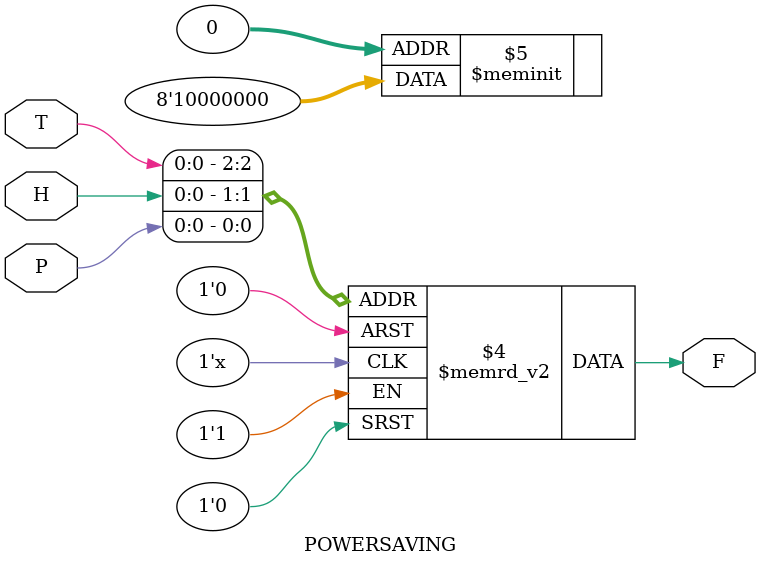
<source format=v>


module POWERSAVING
(
// {{ALTERA_ARGS_BEGIN}} DO NOT REMOVE THIS LINE!
T, H, P, F
// {{ALTERA_ARGS_END}} DO NOT REMOVE THIS LINE!
);
// Port Declaration

// {{ALTERA_IO_BEGIN}} DO NOT REMOVE THIS LINE!
input T;
input H;
input P;
output F;
reg F;
// {{ALTERA_IO_END}} DO NOT REMOVE THIS LINE!

	always@ (T or H or P)
	begin
	
		case({T,H,P})
		
			3'b000: F = 'b0;
			3'b001: F = 'b0;
			3'b010: F = 'b0;
			3'b011: F = 'b0;
			3'b100: F = 'b0;
			3'b101: F = 'b0;
			3'b110: F = 'b0;
			3'b111: F = 'b1;
		endcase
	end


endmodule

</source>
